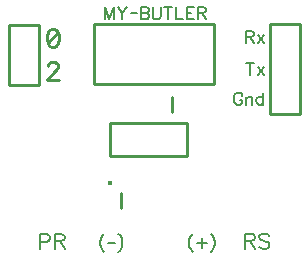
<source format=gbr>
G04 DipTrace 2.4.0.2*
%INTopSilk.gbr*%
%MOIN*%
%ADD10C,0.0098*%
%ADD17C,0.0154*%
%ADD41C,0.0077*%
%ADD42C,0.0062*%
%ADD43C,0.0093*%
%FSLAX44Y44*%
G04*
G70*
G90*
G75*
G01*
%LNTopSilk*%
%LPD*%
D17*
X7657Y6438D3*
X7646Y7331D2*
D10*
X10245D1*
X7646Y8433D2*
X10245D1*
Y7331D2*
Y8433D1*
X7646Y7331D2*
Y8433D1*
X8022Y5584D2*
Y6096D1*
X7140Y11740D2*
X11140D1*
Y9740D1*
X7140D1*
Y11740D1*
X9722Y8784D2*
Y9296D1*
X5290Y11690D2*
X4290D1*
X5290Y9690D2*
Y11690D1*
Y9690D2*
X4290D1*
Y11690D1*
X13990Y8740D2*
X12990D1*
Y11740D1*
X13990D2*
X12990D1*
X13990Y8740D2*
Y11740D1*
X5329Y4467D2*
D41*
X5544D1*
X5615Y4491D1*
X5640Y4515D1*
X5664Y4563D1*
Y4635D1*
X5640Y4682D1*
X5615Y4707D1*
X5544Y4730D1*
X5329D1*
Y4228D1*
X5818Y4491D2*
X6033D1*
X6105Y4515D1*
X6129Y4539D1*
X6153Y4587D1*
Y4635D1*
X6129Y4682D1*
X6105Y4707D1*
X6033Y4730D1*
X5818D1*
Y4228D1*
X5985Y4491D2*
X6153Y4228D1*
X12148Y4492D2*
X12363D1*
X12435Y4516D1*
X12459Y4540D1*
X12483Y4588D1*
Y4636D1*
X12459Y4683D1*
X12435Y4708D1*
X12363Y4731D1*
X12148D1*
Y4229D1*
X12315Y4492D2*
X12483Y4229D1*
X12972Y4659D2*
X12924Y4708D1*
X12853Y4731D1*
X12757D1*
X12685Y4708D1*
X12637Y4659D1*
Y4612D1*
X12661Y4564D1*
X12685Y4540D1*
X12733Y4516D1*
X12876Y4468D1*
X12924Y4444D1*
X12948Y4420D1*
X12972Y4373D1*
Y4301D1*
X12924Y4253D1*
X12853Y4229D1*
X12757D1*
X12685Y4253D1*
X12637Y4301D1*
X10424Y4740D2*
D42*
X10386Y4702D1*
X10347Y4644D1*
X10309Y4568D1*
X10290Y4472D1*
Y4396D1*
X10309Y4300D1*
X10347Y4224D1*
X10386Y4166D1*
X10424Y4128D1*
X10719Y4606D2*
Y4262D1*
X10547Y4434D2*
X10892D1*
X11015Y4740D2*
X11054Y4702D1*
X11092Y4644D1*
X11130Y4568D1*
X11149Y4472D1*
Y4396D1*
X11130Y4300D1*
X11092Y4224D1*
X11054Y4166D1*
X11015Y4128D1*
X7474Y4740D2*
X7436Y4702D1*
X7397Y4644D1*
X7359Y4568D1*
X7340Y4472D1*
Y4396D1*
X7359Y4300D1*
X7397Y4224D1*
X7436Y4166D1*
X7474Y4128D1*
X7597Y4434D2*
X7819D1*
X7942Y4740D2*
X7981Y4702D1*
X8019Y4644D1*
X8057Y4568D1*
X8076Y4472D1*
Y4396D1*
X8057Y4300D1*
X8019Y4224D1*
X7981Y4166D1*
X7942Y4128D1*
X12324Y10435D2*
Y10033D1*
X12190Y10435D2*
X12458D1*
X12581Y10301D2*
X12792Y10033D1*
Y10301D2*
X12581Y10033D1*
X12190Y11294D2*
X12362D1*
X12419Y11313D1*
X12439Y11332D1*
X12458Y11370D1*
Y11409D1*
X12439Y11447D1*
X12419Y11466D1*
X12362Y11485D1*
X12190D1*
Y11083D1*
X12324Y11294D2*
X12458Y11083D1*
X12581Y11351D2*
X12792Y11083D1*
Y11351D2*
X12581Y11083D1*
X5585Y10323D2*
D43*
Y10352D1*
X5613Y10410D1*
X5642Y10438D1*
X5699Y10467D1*
X5814D1*
X5871Y10438D1*
X5900Y10410D1*
X5929Y10352D1*
Y10295D1*
X5900Y10237D1*
X5843Y10152D1*
X5555Y9864D1*
X5957D1*
X7796Y11883D2*
D42*
Y12285D1*
X7643Y11883D1*
X7490Y12285D1*
Y11883D1*
X7919Y12285D2*
X8072Y12094D1*
Y11883D1*
X8225Y12285D2*
X8072Y12094D1*
X8349Y12084D2*
X8570D1*
X8694Y12285D2*
Y11883D1*
X8866D1*
X8923Y11903D1*
X8942Y11922D1*
X8962Y11960D1*
Y12017D1*
X8942Y12056D1*
X8923Y12075D1*
X8866Y12094D1*
X8923Y12113D1*
X8942Y12132D1*
X8962Y12170D1*
Y12209D1*
X8942Y12247D1*
X8923Y12266D1*
X8866Y12285D1*
X8694D1*
Y12094D2*
X8866D1*
X9085Y12285D2*
Y11998D1*
X9104Y11941D1*
X9143Y11903D1*
X9200Y11883D1*
X9238D1*
X9295Y11903D1*
X9334Y11941D1*
X9353Y11998D1*
Y12285D1*
X9610D2*
Y11883D1*
X9476Y12285D2*
X9744D1*
X9868D2*
Y11883D1*
X10097D1*
X10469Y12285D2*
X10221D1*
Y11883D1*
X10469D1*
X10221Y12094D2*
X10374D1*
X10593D2*
X10765D1*
X10822Y12113D1*
X10842Y12132D1*
X10861Y12170D1*
Y12209D1*
X10842Y12247D1*
X10822Y12266D1*
X10765Y12285D1*
X10593D1*
Y11883D1*
X10727Y12094D2*
X10861Y11883D1*
X5728Y11567D2*
D43*
X5642Y11538D1*
X5584Y11452D1*
X5555Y11309D1*
Y11222D1*
X5584Y11079D1*
X5642Y10993D1*
X5728Y10964D1*
X5785D1*
X5871Y10993D1*
X5928Y11079D1*
X5957Y11222D1*
Y11309D1*
X5928Y11452D1*
X5871Y11538D1*
X5785Y11567D1*
X5728D1*
X5928Y11452D2*
X5584Y11079D1*
X12077Y9340D2*
D42*
X12058Y9378D1*
X12019Y9416D1*
X11981Y9435D1*
X11905D1*
X11866Y9416D1*
X11828Y9378D1*
X11809Y9340D1*
X11790Y9282D1*
Y9186D1*
X11809Y9129D1*
X11828Y9091D1*
X11866Y9053D1*
X11905Y9033D1*
X11981D1*
X12019Y9053D1*
X12058Y9091D1*
X12077Y9129D1*
Y9186D1*
X11981D1*
X12200Y9301D2*
Y9033D1*
Y9225D2*
X12258Y9282D1*
X12296Y9301D1*
X12353D1*
X12392Y9282D1*
X12411Y9225D1*
Y9033D1*
X12764Y9435D2*
Y9033D1*
Y9244D2*
X12726Y9282D1*
X12687Y9301D1*
X12630D1*
X12592Y9282D1*
X12553Y9244D1*
X12534Y9186D1*
Y9148D1*
X12553Y9091D1*
X12592Y9053D1*
X12630Y9033D1*
X12687D1*
X12726Y9053D1*
X12764Y9091D1*
M02*

</source>
